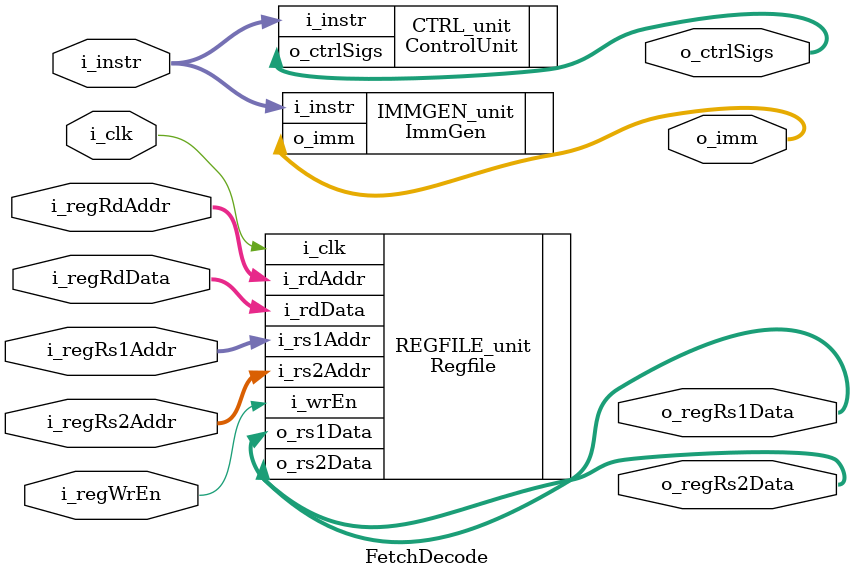
<source format=v>
`include "types.vh"

module FetchDecode (
    input                               i_clk           /*verilator public*/,
                                        i_regWrEn       /*verilator public*/,
    input   [REGFILE_ADDR_WIDTH-1:0]    i_regRs1Addr    /*verilator public*/,
                                        i_regRs2Addr    /*verilator public*/,
                                        i_regRdAddr     /*verilator public*/,
    input   [XLEN-1:0]                  i_regRdData     /*verilator public*/,
                                        i_instr         /*verilator public*/,
    output  [XLEN-1:0]                  o_regRs1Data    /*verilator public*/,
                                        o_regRs2Data    /*verilator public*/,
    output  [XLEN-1:0]                  o_imm           /*verilator public*/,
    output  [XLEN-1:0]                  o_ctrlSigs      /*verilator public*/
);
    parameter XLEN                  /*verilator public*/ = 32;
    parameter REGFILE_ADDR_WIDTH    /*verilator public*/ = 5;

    ImmGen #(.XLEN(XLEN)) IMMGEN_unit (
        .i_instr    (i_instr),
        .o_imm      (o_imm)
    );
    ControlUnit #(.XLEN(XLEN)) CTRL_unit (
        .i_instr    (i_instr),
        .o_ctrlSigs (o_ctrlSigs)
    );
    Regfile #(
        .XLEN       (XLEN),
        .ADDR_WIDTH (REGFILE_ADDR_WIDTH)
    ) REGFILE_unit (
        .i_clk      (i_clk),
        .i_wrEn     (i_regWrEn),
        .i_rs1Addr  (i_regRs1Addr),
        .i_rs2Addr  (i_regRs2Addr),
        .i_rdAddr   (i_regRdAddr),
        .i_rdData   (i_regRdData),
        .o_rs1Data  (o_regRs1Data),
        .o_rs2Data  (o_regRs2Data)
    );

endmodule

</source>
